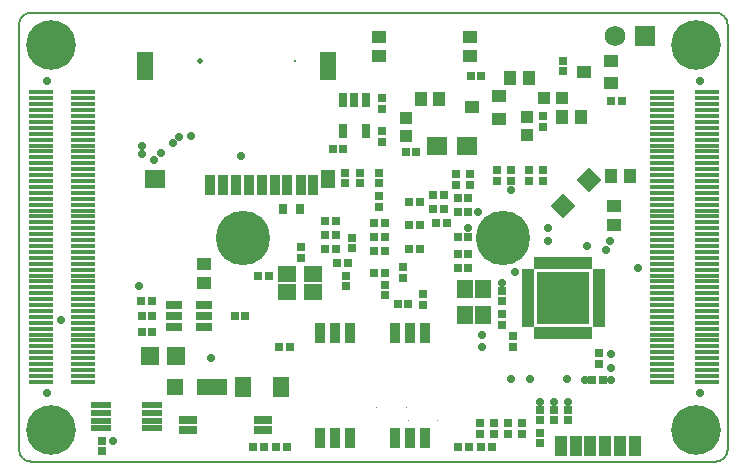
<source format=gts>
%FSLAX44Y44*%
%MOMM*%
G71*
G01*
G75*
G04 Layer_Color=8388736*
%ADD10R,1.8000X0.2500*%
%ADD11R,0.5000X0.6000*%
%ADD12R,0.5000X1.1000*%
%ADD13R,0.8128X0.8128*%
%ADD14R,1.0160X0.8890*%
%ADD15R,2.4000X1.2500*%
%ADD16R,1.2000X1.2500*%
%ADD17R,0.8890X1.0160*%
%ADD18R,1.6002X1.2954*%
%ADD19R,0.7600X1.5200*%
%ADD20R,0.6000X0.5000*%
%ADD21R,0.8128X0.8128*%
%ADD22R,1.0668X0.8128*%
G04:AMPARAMS|DCode=23|XSize=0.22mm|YSize=0.8mm|CornerRadius=0mm|HoleSize=0mm|Usage=FLASHONLY|Rotation=90.000|XOffset=0mm|YOffset=0mm|HoleType=Round|Shape=RoundedRectangle|*
%AMROUNDEDRECTD23*
21,1,0.2200,0.8000,0,0,90.0*
21,1,0.2200,0.8000,0,0,90.0*
1,1,0.0000,0.4000,0.1100*
1,1,0.0000,0.4000,-0.1100*
1,1,0.0000,-0.4000,-0.1100*
1,1,0.0000,-0.4000,0.1100*
%
%ADD23ROUNDEDRECTD23*%
G04:AMPARAMS|DCode=24|XSize=0.22mm|YSize=0.8mm|CornerRadius=0mm|HoleSize=0mm|Usage=FLASHONLY|Rotation=0.000|XOffset=0mm|YOffset=0mm|HoleType=Round|Shape=RoundedRectangle|*
%AMROUNDEDRECTD24*
21,1,0.2200,0.8000,0,0,0.0*
21,1,0.2200,0.8000,0,0,0.0*
1,1,0.0000,0.1100,-0.4000*
1,1,0.0000,-0.1100,-0.4000*
1,1,0.0000,-0.1100,0.4000*
1,1,0.0000,0.1100,0.4000*
%
%ADD24ROUNDEDRECTD24*%
%ADD25R,4.3000X4.3000*%
%ADD26R,0.6000X0.7000*%
%ADD27R,1.2000X1.4000*%
%ADD28R,0.8000X1.6000*%
%ADD29P,1.8385X4X90.0*%
%ADD30R,1.2700X0.5080*%
%ADD31R,1.3970X1.3970*%
%ADD32R,1.2000X1.6000*%
%ADD33R,1.5000X0.4000*%
%ADD34R,1.2000X2.2000*%
%ADD35R,1.6000X1.4000*%
%ADD36R,1.1000X1.4000*%
%ADD37R,0.7000X1.6000*%
%ADD38R,1.4000X1.2000*%
%ADD39R,1.4000X0.6000*%
%ADD40C,0.2000*%
%ADD41C,0.2540*%
%ADD42C,0.1270*%
%ADD43C,0.4000*%
%ADD44C,0.6000*%
%ADD45C,0.3000*%
%ADD46C,1.0000*%
%ADD47C,0.5000*%
%ADD48C,0.0254*%
%ADD49C,0.5000*%
G04:AMPARAMS|DCode=50|XSize=4mm|YSize=4mm|CornerRadius=2mm|HoleSize=0mm|Usage=FLASHONLY|Rotation=0.000|XOffset=0mm|YOffset=0mm|HoleType=Round|Shape=RoundedRectangle|*
%AMROUNDEDRECTD50*
21,1,4.0000,0.0000,0,0,0.0*
21,1,0.0000,4.0000,0,0,0.0*
1,1,4.0000,0.0000,0.0000*
1,1,4.0000,0.0000,0.0000*
1,1,4.0000,0.0000,0.0000*
1,1,4.0000,0.0000,0.0000*
%
%ADD50ROUNDEDRECTD50*%
%ADD51R,1.5240X1.5240*%
%ADD52C,1.5240*%
%ADD53C,0.3000*%
%ADD54C,4.4000*%
%ADD55C,0.8000*%
%ADD56C,3.6000*%
%ADD57R,1.2000X2.0000*%
%ADD58R,1.6000X1.2000*%
%ADD59O,2.0320X0.6096*%
%ADD60R,2.0320X0.6096*%
%ADD61R,2.3500X0.7250*%
%ADD62R,1.3970X1.3970*%
%ADD63P,1.8385X4X180.0*%
%ADD64R,2.1000X3.0000*%
%ADD65R,0.8000X2.1000*%
%ADD66R,1.6000X2.2000*%
%ADD67C,0.8000*%
G04:AMPARAMS|DCode=68|XSize=2mm|YSize=2mm|CornerRadius=0mm|HoleSize=0mm|Usage=FLASHONLY|Rotation=180.000|XOffset=0mm|YOffset=0mm|HoleType=Round|Shape=RoundedRectangle|*
%AMROUNDEDRECTD68*
21,1,2.0000,2.0000,0,0,180.0*
21,1,2.0000,2.0000,0,0,180.0*
1,1,0.0000,-1.0000,1.0000*
1,1,0.0000,1.0000,1.0000*
1,1,0.0000,1.0000,-1.0000*
1,1,0.0000,-1.0000,-1.0000*
%
%ADD68ROUNDEDRECTD68*%
%ADD69R,2.1500X6.3000*%
%ADD70C,0.6000*%
%ADD71R,1.6000X1.6000*%
%ADD72R,0.4064X0.5500*%
%ADD73R,0.3048X0.5500*%
%ADD74R,0.2000X0.7500*%
%ADD75R,0.7500X0.2000*%
%ADD76R,0.7000X0.6000*%
%ADD77R,2.3500X1.9250*%
%ADD78C,4.0000*%
%ADD79C,0.1250*%
%ADD80C,0.1524*%
%ADD81C,0.1200*%
%ADD82C,0.2032*%
%ADD83C,0.1000*%
%ADD84R,2.0040X0.4540*%
%ADD85R,0.7040X0.8040*%
%ADD86R,0.7040X1.3040*%
%ADD87R,1.0168X1.0168*%
%ADD88R,1.2200X1.0930*%
%ADD89R,2.6040X1.4540*%
%ADD90R,1.4040X1.4540*%
%ADD91R,1.0930X1.2200*%
%ADD92R,1.8042X1.4994*%
%ADD93R,0.9640X1.7240*%
%ADD94R,0.8040X0.7040*%
%ADD95R,1.0168X1.0168*%
%ADD96R,1.2708X1.0168*%
G04:AMPARAMS|DCode=97|XSize=0.424mm|YSize=1.004mm|CornerRadius=0mm|HoleSize=0mm|Usage=FLASHONLY|Rotation=90.000|XOffset=0mm|YOffset=0mm|HoleType=Round|Shape=RoundedRectangle|*
%AMROUNDEDRECTD97*
21,1,0.4240,1.0040,0,0,90.0*
21,1,0.4240,1.0040,0,0,90.0*
1,1,0.0000,0.5020,0.2120*
1,1,0.0000,0.5020,-0.2120*
1,1,0.0000,-0.5020,-0.2120*
1,1,0.0000,-0.5020,0.2120*
%
%ADD97ROUNDEDRECTD97*%
G04:AMPARAMS|DCode=98|XSize=0.424mm|YSize=1.004mm|CornerRadius=0mm|HoleSize=0mm|Usage=FLASHONLY|Rotation=0.000|XOffset=0mm|YOffset=0mm|HoleType=Round|Shape=RoundedRectangle|*
%AMROUNDEDRECTD98*
21,1,0.4240,1.0040,0,0,0.0*
21,1,0.4240,1.0040,0,0,0.0*
1,1,0.0000,0.2120,-0.5020*
1,1,0.0000,-0.2120,-0.5020*
1,1,0.0000,-0.2120,0.5020*
1,1,0.0000,0.2120,0.5020*
%
%ADD98ROUNDEDRECTD98*%
%ADD99R,4.5040X4.5040*%
%ADD100R,0.8040X0.9040*%
%ADD101R,1.4040X1.6040*%
%ADD102R,1.0040X1.8040*%
%ADD103P,2.1270X4X90.0*%
%ADD104R,1.4740X0.7120*%
%ADD105R,1.6010X1.6010*%
%ADD106R,1.4040X1.8040*%
%ADD107R,1.7040X0.6040*%
%ADD108R,1.4040X2.4040*%
%ADD109R,1.8040X1.6040*%
%ADD110R,1.3040X1.6040*%
%ADD111R,0.9040X1.8040*%
%ADD112R,1.6040X1.4040*%
%ADD113R,1.6040X0.8040*%
%ADD114C,0.7040*%
G04:AMPARAMS|DCode=115|XSize=4.204mm|YSize=4.204mm|CornerRadius=2.102mm|HoleSize=0mm|Usage=FLASHONLY|Rotation=0.000|XOffset=0mm|YOffset=0mm|HoleType=Round|Shape=RoundedRectangle|*
%AMROUNDEDRECTD115*
21,1,4.2040,0.0000,0,0,0.0*
21,1,0.0000,4.2040,0,0,0.0*
1,1,4.2040,0.0000,0.0000*
1,1,4.2040,0.0000,0.0000*
1,1,4.2040,0.0000,0.0000*
1,1,4.2040,0.0000,0.0000*
%
%ADD115ROUNDEDRECTD115*%
%ADD116R,1.7280X1.7280*%
%ADD117C,1.7280*%
%ADD118C,0.5040*%
%ADD119C,0.2040*%
%ADD120C,4.6040*%
D40*
X289941Y-190000D02*
G03*
X299941Y-180000I0J10000D01*
G01*
Y180000D02*
G03*
X289941Y190000I-10000J0D01*
G01*
X-300000Y-180000D02*
G03*
X-290000Y-190000I10000J0D01*
G01*
Y190000D02*
G03*
X-300000Y180000I0J-10000D01*
G01*
X300000Y-180000D02*
Y180000D01*
X-300000Y-180000D02*
Y180000D01*
X-290000Y-190000D02*
X289941Y-190000D01*
X-290000Y190000D02*
X289941Y190000D01*
D48*
X53993Y-154584D02*
X54000D01*
X27493Y-143984D02*
X27500D01*
X2493D02*
X2500D01*
X28993Y-154584D02*
X29000D01*
D84*
X-245700Y2500D02*
D03*
Y7500D02*
D03*
Y12500D02*
D03*
Y17500D02*
D03*
Y22500D02*
D03*
Y27500D02*
D03*
Y32500D02*
D03*
Y37500D02*
D03*
Y-2500D02*
D03*
Y-7500D02*
D03*
Y-12500D02*
D03*
Y-17500D02*
D03*
Y-22500D02*
D03*
Y-27500D02*
D03*
Y-32500D02*
D03*
Y-37500D02*
D03*
Y-122500D02*
D03*
Y-117500D02*
D03*
Y-112500D02*
D03*
Y-107500D02*
D03*
Y-102500D02*
D03*
Y-97500D02*
D03*
Y-92500D02*
D03*
Y-87500D02*
D03*
Y-82500D02*
D03*
Y-42500D02*
D03*
Y-47500D02*
D03*
Y-52500D02*
D03*
Y-57500D02*
D03*
Y-62500D02*
D03*
Y-67500D02*
D03*
Y-72500D02*
D03*
Y-77500D02*
D03*
Y72500D02*
D03*
Y77500D02*
D03*
Y82500D02*
D03*
Y87500D02*
D03*
Y92500D02*
D03*
Y97500D02*
D03*
Y102500D02*
D03*
Y107500D02*
D03*
Y67500D02*
D03*
Y62500D02*
D03*
Y57500D02*
D03*
Y52500D02*
D03*
Y47500D02*
D03*
Y42500D02*
D03*
Y112500D02*
D03*
Y117500D02*
D03*
Y122500D02*
D03*
X-281700D02*
D03*
Y117500D02*
D03*
Y112500D02*
D03*
Y42500D02*
D03*
Y47500D02*
D03*
Y52500D02*
D03*
Y57500D02*
D03*
Y62500D02*
D03*
Y67500D02*
D03*
Y107500D02*
D03*
Y102500D02*
D03*
Y97500D02*
D03*
Y92500D02*
D03*
Y87500D02*
D03*
Y82500D02*
D03*
Y77500D02*
D03*
Y72500D02*
D03*
Y-77500D02*
D03*
Y-72500D02*
D03*
Y-67500D02*
D03*
Y-62500D02*
D03*
Y-57500D02*
D03*
Y-52500D02*
D03*
Y-47500D02*
D03*
Y-42500D02*
D03*
Y-82500D02*
D03*
Y-87500D02*
D03*
Y-92500D02*
D03*
Y-97500D02*
D03*
Y-102500D02*
D03*
Y-107500D02*
D03*
Y-112500D02*
D03*
Y-117500D02*
D03*
Y-122500D02*
D03*
Y-37500D02*
D03*
Y-32500D02*
D03*
Y-27500D02*
D03*
Y-22500D02*
D03*
Y-17500D02*
D03*
Y-12500D02*
D03*
Y-7500D02*
D03*
Y-2500D02*
D03*
Y37500D02*
D03*
Y32500D02*
D03*
Y27500D02*
D03*
Y22500D02*
D03*
Y17500D02*
D03*
Y12500D02*
D03*
Y7500D02*
D03*
Y2500D02*
D03*
X244700Y2500D02*
D03*
X282700D02*
D03*
Y7500D02*
D03*
X244700D02*
D03*
X282700Y12500D02*
D03*
X244700D02*
D03*
X282700Y17500D02*
D03*
X244700D02*
D03*
X282700Y22500D02*
D03*
X244700D02*
D03*
X282700Y27500D02*
D03*
X244700D02*
D03*
X282700Y32500D02*
D03*
X244700D02*
D03*
X282700Y37500D02*
D03*
X244700D02*
D03*
Y-2500D02*
D03*
X282700D02*
D03*
X244700Y-7500D02*
D03*
X282700D02*
D03*
X244700Y-12500D02*
D03*
X282700D02*
D03*
X244700Y-17500D02*
D03*
X282700D02*
D03*
X244700Y-22500D02*
D03*
X282700D02*
D03*
X244700Y-27500D02*
D03*
X282700D02*
D03*
X244700Y-32500D02*
D03*
X282700D02*
D03*
Y-37500D02*
D03*
X244700D02*
D03*
Y-122500D02*
D03*
X282700D02*
D03*
X244700Y-117500D02*
D03*
X282700D02*
D03*
Y-112500D02*
D03*
X244700D02*
D03*
X282700Y-107500D02*
D03*
X244700D02*
D03*
X282700Y-102500D02*
D03*
X244700D02*
D03*
X282700Y-97500D02*
D03*
X244700D02*
D03*
X282700Y-92500D02*
D03*
X244700D02*
D03*
X282700Y-87500D02*
D03*
X244700D02*
D03*
X282700Y-82500D02*
D03*
X244700D02*
D03*
Y-42500D02*
D03*
X282700D02*
D03*
X244700Y-47500D02*
D03*
X282700D02*
D03*
X244700Y-52500D02*
D03*
X282700D02*
D03*
X244700Y-57500D02*
D03*
X282700D02*
D03*
X244700Y-62500D02*
D03*
X282700D02*
D03*
X244700Y-67500D02*
D03*
X282700D02*
D03*
X244700Y-72500D02*
D03*
X282700D02*
D03*
Y-77500D02*
D03*
X244700D02*
D03*
Y72500D02*
D03*
X282700D02*
D03*
Y77500D02*
D03*
X244700D02*
D03*
X282700Y82500D02*
D03*
X244700D02*
D03*
X282700Y87500D02*
D03*
X244700D02*
D03*
X282700Y92500D02*
D03*
X244700D02*
D03*
X282700Y97500D02*
D03*
X244700D02*
D03*
X282700Y102500D02*
D03*
X244700D02*
D03*
X282700Y107500D02*
D03*
X244700D02*
D03*
Y67500D02*
D03*
X282700D02*
D03*
X244700Y62500D02*
D03*
X282700D02*
D03*
X244700Y57500D02*
D03*
X282700D02*
D03*
X244700Y52500D02*
D03*
X282700D02*
D03*
X244700Y47500D02*
D03*
X282700D02*
D03*
X244700Y42500D02*
D03*
X282700D02*
D03*
X244700Y112500D02*
D03*
X282700D02*
D03*
Y117500D02*
D03*
X244700D02*
D03*
X282700Y122500D02*
D03*
X244700D02*
D03*
D85*
X-34500Y75000D02*
D03*
X-25500D02*
D03*
X82500Y136000D02*
D03*
X91500D02*
D03*
X27500Y72000D02*
D03*
X36500D02*
D03*
X210500Y115000D02*
D03*
X201500D02*
D03*
X-101500Y-178000D02*
D03*
X-92500D02*
D03*
X-73053D02*
D03*
X-82053D02*
D03*
X100500D02*
D03*
X91500D02*
D03*
X71953D02*
D03*
X80953D02*
D03*
X30500Y-10000D02*
D03*
X39500D02*
D03*
X-79500Y-93000D02*
D03*
X-70500D02*
D03*
X-187250Y-67000D02*
D03*
X-196250D02*
D03*
X-108500D02*
D03*
X-117500D02*
D03*
X-187403Y-53866D02*
D03*
X-196403D02*
D03*
X30500Y30000D02*
D03*
X39500D02*
D03*
X30500Y10000D02*
D03*
X39500D02*
D03*
X-30500Y-22000D02*
D03*
X-21500D02*
D03*
X9500Y-12000D02*
D03*
X500D02*
D03*
X9500Y0D02*
D03*
X500D02*
D03*
X80500Y33000D02*
D03*
X71500D02*
D03*
X500Y12000D02*
D03*
X9500D02*
D03*
X71500Y0D02*
D03*
X80500D02*
D03*
X20500Y-57000D02*
D03*
X29500D02*
D03*
X-97500Y-33000D02*
D03*
X-88500D02*
D03*
X9500Y-30000D02*
D03*
X500D02*
D03*
X71500Y-14000D02*
D03*
X80500D02*
D03*
X59875Y24000D02*
D03*
X50875D02*
D03*
X62500Y12000D02*
D03*
X53500D02*
D03*
X71500Y21000D02*
D03*
X80500D02*
D03*
X59500Y36000D02*
D03*
X50500D02*
D03*
X-31500Y2000D02*
D03*
X-40500D02*
D03*
X-31500Y-10000D02*
D03*
X-40500D02*
D03*
X-31500Y14000D02*
D03*
X-40500D02*
D03*
X-187250Y-80000D02*
D03*
X-196250D02*
D03*
X71500Y-26000D02*
D03*
X80500D02*
D03*
X185500Y-121000D02*
D03*
X194500D02*
D03*
D86*
X-6500Y89500D02*
D03*
X-25500D02*
D03*
Y116500D02*
D03*
X-16000D02*
D03*
X-6500D02*
D03*
D87*
X144380Y118000D02*
D03*
X159620D02*
D03*
D88*
X-143000Y-39001D02*
D03*
Y-22999D02*
D03*
X5000Y169501D02*
D03*
Y153499D02*
D03*
X81730Y169501D02*
D03*
Y153499D02*
D03*
X203810Y26271D02*
D03*
Y10269D02*
D03*
D89*
X-136750Y-126717D02*
D03*
D90*
X-167500D02*
D03*
D91*
X115999Y135000D02*
D03*
X132001D02*
D03*
X39999Y117000D02*
D03*
X56001D02*
D03*
X217001Y51366D02*
D03*
X200999D02*
D03*
X176001Y102000D02*
D03*
X159999D02*
D03*
D92*
X54262Y77270D02*
D03*
X79662D02*
D03*
D93*
X43363Y-81550D02*
D03*
X30680D02*
D03*
X17980D02*
D03*
X-20120D02*
D03*
X-32820D02*
D03*
X-45520D02*
D03*
X-45380Y-170450D02*
D03*
X-32680D02*
D03*
X-19980D02*
D03*
X18120D02*
D03*
X30820D02*
D03*
X43520D02*
D03*
D94*
X161000Y140500D02*
D03*
Y149500D02*
D03*
X7000Y108500D02*
D03*
Y117500D02*
D03*
X141270Y-146230D02*
D03*
Y-155230D02*
D03*
X153270Y-146230D02*
D03*
Y-155230D02*
D03*
X165270Y-146230D02*
D03*
Y-155230D02*
D03*
X191428Y-107420D02*
D03*
Y-98420D02*
D03*
X-230000Y-172500D02*
D03*
Y-181500D02*
D03*
X109000Y-45500D02*
D03*
Y-54500D02*
D03*
Y-74500D02*
D03*
Y-65500D02*
D03*
X132000Y56500D02*
D03*
Y47500D02*
D03*
X117000Y56500D02*
D03*
Y47500D02*
D03*
X118356Y-92994D02*
D03*
Y-83994D02*
D03*
X105000Y56500D02*
D03*
Y47500D02*
D03*
X144000D02*
D03*
Y56500D02*
D03*
Y93500D02*
D03*
Y102500D02*
D03*
X7000Y80500D02*
D03*
Y89500D02*
D03*
X90080Y-166500D02*
D03*
Y-157500D02*
D03*
X102080Y-166500D02*
D03*
Y-157500D02*
D03*
X114080Y-166500D02*
D03*
Y-157500D02*
D03*
X126080Y-166500D02*
D03*
Y-157500D02*
D03*
X42000Y-48500D02*
D03*
Y-57500D02*
D03*
X9500Y-40230D02*
D03*
Y-49230D02*
D03*
X70000Y53500D02*
D03*
Y44500D02*
D03*
X82000Y53500D02*
D03*
Y44500D02*
D03*
X-18000Y-500D02*
D03*
Y-9500D02*
D03*
X5000Y25500D02*
D03*
Y34500D02*
D03*
X-24000Y54500D02*
D03*
Y45500D02*
D03*
X-11000Y54500D02*
D03*
Y45500D02*
D03*
X-23000Y-32500D02*
D03*
Y-41500D02*
D03*
X-61000Y-17500D02*
D03*
Y-8500D02*
D03*
X25000Y-25500D02*
D03*
Y-34500D02*
D03*
X5000Y54500D02*
D03*
Y45500D02*
D03*
X141270Y-174500D02*
D03*
Y-165500D02*
D03*
D95*
X28000Y100620D02*
D03*
Y85380D02*
D03*
X130000Y86380D02*
D03*
Y101620D02*
D03*
D96*
X178608Y139949D02*
D03*
X201544Y149487D02*
D03*
Y130412D02*
D03*
X83608Y109949D02*
D03*
X106544Y119487D02*
D03*
Y100412D02*
D03*
D97*
X130678Y-49494D02*
D03*
Y-53494D02*
D03*
Y-57494D02*
D03*
Y-45494D02*
D03*
Y-41494D02*
D03*
Y-37494D02*
D03*
Y-33494D02*
D03*
Y-29494D02*
D03*
Y-61494D02*
D03*
Y-65494D02*
D03*
Y-73494D02*
D03*
Y-69494D02*
D03*
X190678Y-33495D02*
D03*
Y-29495D02*
D03*
Y-37494D02*
D03*
Y-41494D02*
D03*
Y-73494D02*
D03*
Y-69494D02*
D03*
Y-65494D02*
D03*
Y-61494D02*
D03*
Y-57494D02*
D03*
Y-45494D02*
D03*
Y-49495D02*
D03*
Y-53495D02*
D03*
D98*
X162678Y-21494D02*
D03*
X158678D02*
D03*
X154678D02*
D03*
X166678D02*
D03*
X170678D02*
D03*
X174678D02*
D03*
X178678D02*
D03*
X182678D02*
D03*
X150678D02*
D03*
X146678D02*
D03*
X138678D02*
D03*
X142678D02*
D03*
X182678Y-81495D02*
D03*
X178678D02*
D03*
X174678D02*
D03*
X170678D02*
D03*
X166678D02*
D03*
X138678D02*
D03*
X142678D02*
D03*
X146678D02*
D03*
X150678D02*
D03*
X154678D02*
D03*
X158678D02*
D03*
X162678D02*
D03*
D99*
X160678Y-51494D02*
D03*
D100*
X-61900Y24000D02*
D03*
X-76100D02*
D03*
D101*
X92500Y-44000D02*
D03*
Y-66000D02*
D03*
X77500D02*
D03*
Y-44000D02*
D03*
D102*
X158750Y-177000D02*
D03*
X171250D02*
D03*
X183750D02*
D03*
X196250D02*
D03*
X208750D02*
D03*
X221250D02*
D03*
D103*
X183000Y48000D02*
D03*
X161000Y26000D02*
D03*
D104*
X-143000Y-57500D02*
D03*
Y-67000D02*
D03*
Y-76500D02*
D03*
X-169000D02*
D03*
Y-67000D02*
D03*
Y-57500D02*
D03*
D105*
X-188795Y-101000D02*
D03*
X-167205D02*
D03*
D106*
X-110000Y-127000D02*
D03*
X-78000D02*
D03*
D107*
X-187500Y-162000D02*
D03*
Y-155500D02*
D03*
Y-149000D02*
D03*
Y-142500D02*
D03*
X-230500D02*
D03*
Y-149000D02*
D03*
Y-155500D02*
D03*
Y-162000D02*
D03*
D108*
X-193626Y145198D02*
D03*
X-38539Y145201D02*
D03*
D109*
X-184616Y49201D02*
D03*
D110*
X-38596Y49111D02*
D03*
D111*
X-138659Y44118D02*
D03*
X-127606D02*
D03*
X-116646D02*
D03*
X-105630D02*
D03*
X-94590D02*
D03*
X-83623D02*
D03*
X-72656D02*
D03*
X-61606D02*
D03*
X-50653D02*
D03*
D112*
X-73000Y-31500D02*
D03*
X-51000D02*
D03*
Y-46500D02*
D03*
X-73000D02*
D03*
D113*
X-156500Y-154800D02*
D03*
X-93500D02*
D03*
Y-163200D02*
D03*
X-156500D02*
D03*
D114*
X-276200Y-132000D02*
D03*
Y132000D02*
D03*
X276200D02*
D03*
Y-132000D02*
D03*
X148000Y-3569D02*
D03*
Y8000D02*
D03*
X120000Y-29494D02*
D03*
X117000Y40000D02*
D03*
X181000Y-7340D02*
D03*
X224000Y-26000D02*
D03*
X197000Y-11000D02*
D03*
X200000Y-3000D02*
D03*
X165270Y-139730D02*
D03*
X153270Y-139730D02*
D03*
X141270Y-139730D02*
D03*
X201000Y-99000D02*
D03*
X179000Y-121000D02*
D03*
X201000D02*
D03*
Y-111000D02*
D03*
X133000Y-120000D02*
D03*
X164000D02*
D03*
X117000D02*
D03*
X-112000Y69000D02*
D03*
X-198000Y-41000D02*
D03*
X-137000Y-102000D02*
D03*
X-154000Y86000D02*
D03*
X-185501Y65499D02*
D03*
X-179999Y70999D02*
D03*
X-196001Y69999D02*
D03*
X-196000Y77186D02*
D03*
X-170001Y79999D02*
D03*
X-164499Y84499D02*
D03*
X-264000Y-70000D02*
D03*
X92011Y-93000D02*
D03*
X92000Y-83000D02*
D03*
X109000Y-39000D02*
D03*
X80500Y7698D02*
D03*
X88500Y21000D02*
D03*
X-220000Y-172500D02*
D03*
D115*
X-273000Y163000D02*
D03*
X273000D02*
D03*
X-273000Y-163000D02*
D03*
X273000D02*
D03*
D116*
X229700Y170000D02*
D03*
D117*
X204300D02*
D03*
D118*
X-146563Y149244D02*
D03*
D119*
X-66676Y149208D02*
D03*
D120*
X-110000Y-1000D02*
D03*
X110000Y-1000D02*
D03*
M02*

</source>
